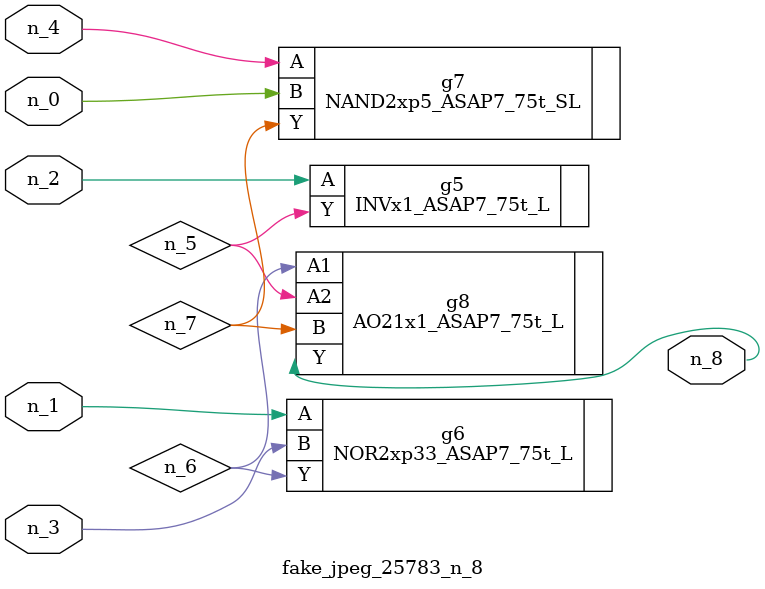
<source format=v>
module fake_jpeg_25783_n_8 (n_3, n_2, n_1, n_0, n_4, n_8);

input n_3;
input n_2;
input n_1;
input n_0;
input n_4;

output n_8;

wire n_6;
wire n_5;
wire n_7;

INVx1_ASAP7_75t_L g5 ( 
.A(n_2),
.Y(n_5)
);

NOR2xp33_ASAP7_75t_L g6 ( 
.A(n_1),
.B(n_3),
.Y(n_6)
);

NAND2xp5_ASAP7_75t_SL g7 ( 
.A(n_4),
.B(n_0),
.Y(n_7)
);

AO21x1_ASAP7_75t_L g8 ( 
.A1(n_6),
.A2(n_5),
.B(n_7),
.Y(n_8)
);


endmodule
</source>
